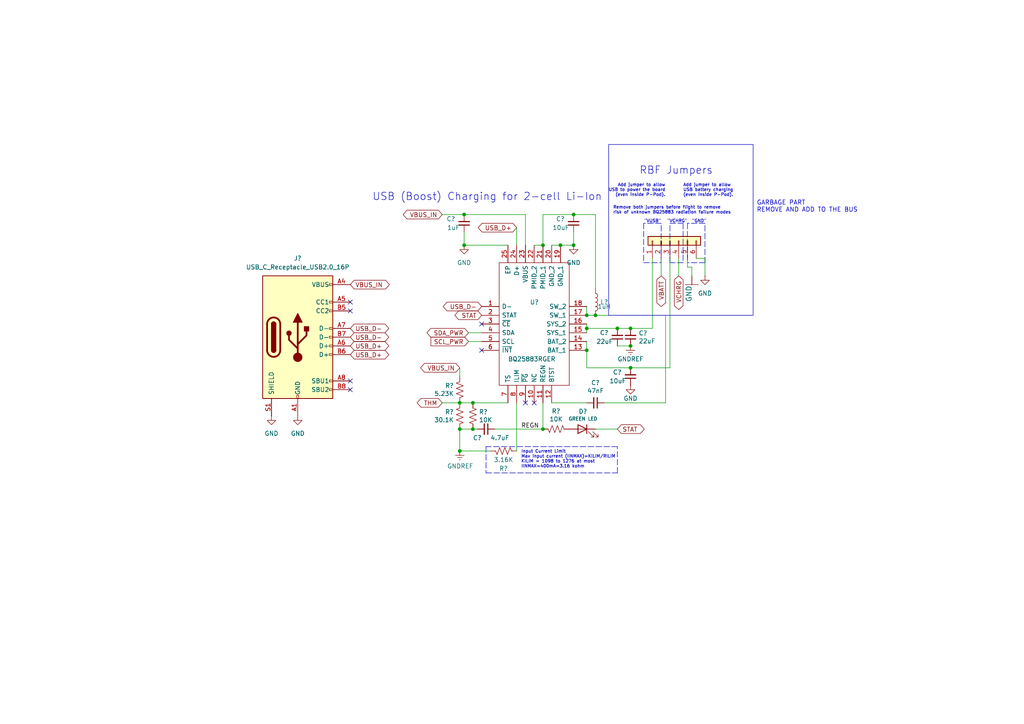
<source format=kicad_sch>
(kicad_sch (version 20231120) (generator "eeschema") (generator_version "8.0")
  (paper "A4")
  (title_block (company "TEAM ANANT") (comment 1 "BITS PILANI"))
  (lib_symbols
    (symbol "Connector:USB_C_Receptacle_USB2.0_16P" (pin_names (offset 1.016))
      (property "Reference" "J" (at 0 22.225 0))
      (property "Value" "USB_C_Receptacle_USB2.0_16P" (at 0 19.685 0))
      (symbol "USB_C_Receptacle_USB2.0_16P_0_0"
        (rectangle (start -0.254 -17.78) (end 0.254 -16.764))
        (rectangle (start 10.16 -14.986) (end 9.144 -15.494))
        (rectangle (start 10.16 -12.446) (end 9.144 -12.954))
        (rectangle (start 10.16 -4.826) (end 9.144 -5.334))
        (rectangle (start 10.16 -2.286) (end 9.144 -2.794))
        (rectangle (start 10.16 0.254) (end 9.144 -0.254))
        (rectangle (start 10.16 2.794) (end 9.144 2.286))
        (rectangle (start 10.16 7.874) (end 9.144 7.366))
        (rectangle (start 10.16 10.414) (end 9.144 9.906))
        (rectangle (start 10.16 15.494) (end 9.144 14.986))
      )
      (symbol "USB_C_Receptacle_USB2.0_16P_0_1"
        (rectangle (start -10.16 17.78) (end 10.16 -17.78) (stroke (width 0.254)) (fill (type background)))
        (arc (start -8.89 -3.81) (mid -6.985 -5.7067) (end -5.08 -3.81) (stroke (width 0.508)))
        (arc (start -7.62 -3.81) (mid -6.985 -4.4423) (end -6.35 -3.81) (stroke (width 0.254)))
        (arc (start -7.62 -3.81) (mid -6.985 -4.4423) (end -6.35 -3.81) (stroke (width 0.254)) (fill (type outline)))
        (rectangle (start -7.62 -3.81) (end -6.35 3.81) (stroke (width 0.254)) (fill (type outline)))
        (arc (start -6.35 3.81) (mid -6.985 4.4423) (end -7.62 3.81) (stroke (width 0.254)))
        (arc (start -6.35 3.81) (mid -6.985 4.4423) (end -7.62 3.81) (stroke (width 0.254)) (fill (type outline)))
        (arc (start -5.08 3.81) (mid -6.985 5.7067) (end -8.89 3.81) (stroke (width 0.508)))
        (circle (center -2.54 1.143) (radius 0.635) (stroke (width 0.254)) (fill (type outline)))
        (circle (center 0 -5.842) (radius 1.27) (fill (type outline)))
        (polyline (pts (xy -8.89 -3.81) (xy -8.89 3.81)) (stroke (width 0.508)))
        (polyline (pts (xy -5.08 3.81) (xy -5.08 -3.81)) (stroke (width 0.508)))
        (polyline (pts (xy 0 -5.842) (xy 0 4.318)) (stroke (width 0.508)))
        (polyline (pts (xy 0 -3.302) (xy -2.54 -0.762) (xy -2.54 0.508)) (stroke (width 0.508)))
        (polyline (pts (xy 0 -2.032) (xy 2.54 0.508) (xy 2.54 1.778)) (stroke (width 0.508)))
        (polyline (pts (xy -1.27 4.318) (xy 0 6.858) (xy 1.27 4.318) (xy -1.27 4.318)) (stroke (width 0.254)) (fill (type outline)))
        (rectangle (start 1.905 1.778) (end 3.175 3.048) (stroke (width 0.254)) (fill (type outline)))
      )
      (symbol "USB_C_Receptacle_USB2.0_16P_1_1"
        (pin passive line (at 0 -22.86 90) (length 5.08) (name "GND") (number "A1"))
        (pin passive line (at 0 -22.86 90) (length 5.08) hide (name "GND") (number "A12"))
        (pin passive line (at 15.24 15.24 180) (length 5.08) (name "VBUS") (number "A4"))
        (pin bidirectional line (at 15.24 10.16 180) (length 5.08) (name "CC1") (number "A5"))
        (pin bidirectional line (at 15.24 -2.54 180) (length 5.08) (name "D+") (number "A6"))
        (pin bidirectional line (at 15.24 2.54 180) (length 5.08) (name "D-") (number "A7"))
        (pin bidirectional line (at 15.24 -12.7 180) (length 5.08) (name "SBU1") (number "A8"))
        (pin passive line (at 15.24 15.24 180) (length 5.08) hide (name "VBUS") (number "A9"))
        (pin passive line (at 0 -22.86 90) (length 5.08) hide (name "GND") (number "B1"))
        (pin passive line (at 0 -22.86 90) (length 5.08) hide (name "GND") (number "B12"))
        (pin passive line (at 15.24 15.24 180) (length 5.08) hide (name "VBUS") (number "B4"))
        (pin bidirectional line (at 15.24 7.62 180) (length 5.08) (name "CC2") (number "B5"))
        (pin bidirectional line (at 15.24 -5.08 180) (length 5.08) (name "D+") (number "B6"))
        (pin bidirectional line (at 15.24 0 180) (length 5.08) (name "D-") (number "B7"))
        (pin bidirectional line (at 15.24 -15.24 180) (length 5.08) (name "SBU2") (number "B8"))
        (pin passive line (at 15.24 15.24 180) (length 5.08) hide (name "VBUS") (number "B9"))
        (pin passive line (at -7.62 -22.86 90) (length 5.08) (name "SHIELD") (number "S1"))
      )
    )
    (symbol "Connector_Generic:Conn_01x06" (pin_names (offset 1.016) hide)
      (property "Reference" "J" (at 0 7.62 0))
      (property "Value" "Conn_01x06" (at 0 -10.16 0))
      (symbol "Conn_01x06_1_1"
        (rectangle (start -1.27 -7.493) (end 0 -7.747) (stroke (width 0.1524)))
        (rectangle (start -1.27 -4.953) (end 0 -5.207) (stroke (width 0.1524)))
        (rectangle (start -1.27 -2.413) (end 0 -2.667) (stroke (width 0.1524)))
        (rectangle (start -1.27 0.127) (end 0 -0.127) (stroke (width 0.1524)))
        (rectangle (start -1.27 2.667) (end 0 2.413) (stroke (width 0.1524)))
        (rectangle (start -1.27 5.207) (end 0 4.953) (stroke (width 0.1524)))
        (rectangle (start -1.27 6.35) (end 1.27 -8.89) (stroke (width 0.254)) (fill (type background)))
        (pin passive line (at -5.08 5.08 0) (length 3.81) (name "Pin_1") (number "1"))
        (pin passive line (at -5.08 2.54 0) (length 3.81) (name "Pin_2") (number "2"))
        (pin passive line (at -5.08 0 0) (length 3.81) (name "Pin_3") (number "3"))
        (pin passive line (at -5.08 -2.54 0) (length 3.81) (name "Pin_4") (number "4"))
        (pin passive line (at -5.08 -5.08 0) (length 3.81) (name "Pin_5") (number "5"))
        (pin passive line (at -5.08 -7.62 0) (length 3.81) (name "Pin_6") (number "6"))
      )
    )
    (symbol "Device:C_Small" (pin_numbers hide) (pin_names (offset 0.254) hide)
      (property "Reference" "C" (at 0.254 1.778 0))
      (property "Value" "C_Small" (at 0.254 -2.032 0))
      (symbol "C_Small_0_1"
        (polyline (pts (xy -1.524 -0.508) (xy 1.524 -0.508)) (stroke (width 0.3302)))
        (polyline (pts (xy -1.524 0.508) (xy 1.524 0.508)) (stroke (width 0.3048)))
      )
      (symbol "C_Small_1_1"
        (pin passive line (at 0 2.54 270) (length 2.032) (name "~") (number "1"))
        (pin passive line (at 0 -2.54 90) (length 2.032) (name "~") (number "2"))
      )
    )
    (symbol "Device:L" (pin_numbers hide) (pin_names (offset 1.016) hide)
      (property "Reference" "L" (at -1.27 0 90))
      (property "Value" "L" (at 1.905 0 90))
      (symbol "L_0_1"
        (arc (start 0 -2.54) (mid 0.6323 -1.905) (end 0 -1.27))
        (arc (start 0 -1.27) (mid 0.6323 -0.635) (end 0 0))
        (arc (start 0 0) (mid 0.6323 0.635) (end 0 1.27))
        (arc (start 0 1.27) (mid 0.6323 1.905) (end 0 2.54))
      )
      (symbol "L_1_1"
        (pin passive line (at 0 3.81 270) (length 1.27) (name "1") (number "1"))
        (pin passive line (at 0 -3.81 90) (length 1.27) (name "2") (number "2"))
      )
    )
    (symbol "Device:LED" (pin_numbers hide) (pin_names (offset 1.016) hide)
      (property "Reference" "D" (at 0 2.54 0))
      (property "Value" "LED" (at 0 -2.54 0))
      (symbol "LED_0_1"
        (polyline (pts (xy -1.27 -1.27) (xy -1.27 1.27)) (stroke (width 0.254)))
        (polyline (pts (xy -1.27 0) (xy 1.27 0)))
        (polyline (pts (xy 1.27 -1.27) (xy 1.27 1.27) (xy -1.27 0) (xy 1.27 -1.27)) (stroke (width 0.254)))
        (polyline (pts (xy -3.048 -0.762) (xy -4.572 -2.286) (xy -3.81 -2.286) (xy -4.572 -2.286) (xy -4.572 -1.524)))
        (polyline (pts (xy -1.778 -0.762) (xy -3.302 -2.286) (xy -2.54 -2.286) (xy -3.302 -2.286) (xy -3.302 -1.524)))
      )
      (symbol "LED_1_1"
        (pin passive line (at -3.81 0 0) (length 2.54) (name "K") (number "1"))
        (pin passive line (at 3.81 0 180) (length 2.54) (name "A") (number "2"))
      )
    )
    (symbol "Device:R_US" (pin_numbers hide) (pin_names (offset 0))
      (property "Reference" "R" (at 2.54 0 90))
      (property "Value" "R_US" (at -2.54 0 90))
      (symbol "R_US_0_1"
        (polyline (pts (xy 0 -2.286) (xy 0 -2.54)))
        (polyline (pts (xy 0 2.286) (xy 0 2.54)))
        (polyline (pts (xy 0 -0.762) (xy 1.016 -1.143) (xy 0 -1.524) (xy -1.016 -1.905) (xy 0 -2.286)))
        (polyline (pts (xy 0 0.762) (xy 1.016 0.381) (xy 0 0) (xy -1.016 -0.381) (xy 0 -0.762)))
        (polyline (pts (xy 0 2.286) (xy 1.016 1.905) (xy 0 1.524) (xy -1.016 1.143) (xy 0 0.762)))
      )
      (symbol "R_US_1_1"
        (pin passive line (at 0 3.81 270) (length 1.27) (name "~") (number "1"))
        (pin passive line (at 0 -3.81 90) (length 1.27) (name "~") (number "2"))
      )
    )
    (symbol "mainboard-rescue:GNDREF-power" (power) (pin_names (offset 0))
      (property "Value" "power_GNDREF" (at 0 -3.81 0))
      (symbol "GNDREF-power_0_1"
        (polyline (pts (xy -0.635 -1.905) (xy 0.635 -1.905)))
        (polyline (pts (xy -0.127 -2.54) (xy 0.127 -2.54)))
        (polyline (pts (xy 0 -1.27) (xy 0 0)))
        (polyline (pts (xy 1.27 -1.27) (xy -1.27 -1.27)))
      )
      (symbol "GNDREF-power_1_1"
        (pin power_in line (at 0 0 270) (length 0) hide (name "GNDREF") (number "1"))
      )
    )
    (symbol "mainboard:BQ25883RGER" (pin_names (offset 0.762))
      (property "Reference" "IC" (at 26.67 17.78 0))
      (property "Value" "BQ25883RGER" (at 26.67 15.24 0))
      (symbol "BQ25883RGER_0_0"
        (pin bidirectional line (at 0 0 0) (length 5.08) (name "D-") (number "1"))
        (pin bidirectional line (at 15.24 -27.94 90) (length 5.08) (name "NC") (number "10"))
        (pin bidirectional line (at 17.78 -27.94 90) (length 5.08) (name "REGN") (number "11"))
        (pin bidirectional line (at 20.32 -27.94 90) (length 5.08) (name "BTST") (number "12"))
        (pin bidirectional line (at 30.48 -12.7 180) (length 5.08) (name "BAT_1") (number "13"))
        (pin bidirectional line (at 30.48 -10.16 180) (length 5.08) (name "BAT_2") (number "14"))
        (pin bidirectional line (at 30.48 -7.62 180) (length 5.08) (name "SYS_1") (number "15"))
        (pin bidirectional line (at 30.48 -5.08 180) (length 5.08) (name "SYS_2") (number "16"))
        (pin bidirectional line (at 30.48 -2.54 180) (length 5.08) (name "SW_1") (number "17"))
        (pin bidirectional line (at 30.48 0 180) (length 5.08) (name "SW_2") (number "18"))
        (pin bidirectional line (at 22.86 17.78 270) (length 5.08) (name "GND_1") (number "19"))
        (pin bidirectional line (at 0 -2.54 0) (length 5.08) (name "STAT") (number "2"))
        (pin bidirectional line (at 20.32 17.78 270) (length 5.08) (name "GND_2") (number "20"))
        (pin bidirectional line (at 17.78 17.78 270) (length 5.08) (name "PMID_1") (number "21"))
        (pin bidirectional line (at 15.24 17.78 270) (length 5.08) (name "PMID_2") (number "22"))
        (pin bidirectional line (at 12.7 17.78 270) (length 5.08) (name "VBUS") (number "23"))
        (pin bidirectional line (at 10.16 17.78 270) (length 5.08) (name "D+") (number "24"))
        (pin bidirectional line (at 7.62 17.78 270) (length 5.08) (name "EP") (number "25"))
        (pin bidirectional line (at 0 -5.08 0) (length 5.08) (name "~{CE}") (number "3"))
        (pin bidirectional line (at 0 -7.62 0) (length 5.08) (name "SDA") (number "4"))
        (pin bidirectional line (at 0 -10.16 0) (length 5.08) (name "SCL") (number "5"))
        (pin bidirectional line (at 0 -12.7 0) (length 5.08) (name "~{INT}") (number "6"))
        (pin bidirectional line (at 7.62 -27.94 90) (length 5.08) (name "TS") (number "7"))
        (pin bidirectional line (at 10.16 -27.94 90) (length 5.08) (name "ILIM") (number "8"))
        (pin bidirectional line (at 12.7 -27.94 90) (length 5.08) (name "~{PG}") (number "9"))
      )
      (symbol "BQ25883RGER_0_1"
        (polyline (pts (xy 5.08 12.7) (xy 25.4 12.7) (xy 25.4 -22.86) (xy 5.08 -22.86) (xy 5.08 12.7)) (stroke (width 0.1524)))
      )
    )
    (symbol "mainboard:GND" (power) (pin_names (offset 1.016))
      (property "Value" "GND" (at -2.54 -2.54 0))
      (symbol "GND_1_0"
        (polyline (pts (xy -1.905 0) (xy 1.905 0)))
        (pin power_in line (at 0 2.54 270) (length 2.54) (name "GND") (number "1"))
      )
    )
    (symbol "power:GND" (power) (pin_numbers hide) (pin_names (offset 0) hide)
      (property "Value" "GND" (at 0 -3.81 0))
      (symbol "GND_0_1"
        (polyline (pts (xy 0 0) (xy 0 -1.27) (xy 1.27 -1.27) (xy 0 -2.54) (xy -1.27 -1.27) (xy 0 -1.27)))
      )
      (symbol "GND_1_1"
        (pin power_in line (at 0 0 270) (length 0) (name "~") (number "1"))
      )
    )
  )
  (junction (at 133.35 124.46))
  (junction (at 182.88 95.25))
  (junction (at 182.88 106.68))
  (junction (at 133.35 116.84))
  (junction (at 162.56 71.12))
  (junction (at 134.62 71.12))
  (junction (at 166.37 71.12))
  (junction (at 170.18 101.6))
  (junction (at 172.72 91.44))
  (junction (at 134.62 62.23))
  (junction (at 182.88 100.33))
  (junction (at 179.07 95.25))
  (junction (at 166.37 62.23))
  (junction (at 137.16 116.84))
  (junction (at 157.48 124.46))
  (junction (at 137.16 124.46))
  (junction (at 157.48 71.12))
  (junction (at 170.18 91.44))
  (junction (at 133.35 130.81))
  (junction (at 170.18 95.25))
  (no_connect (at 101.6 87.63))
  (no_connect (at 139.7 101.6))
  (no_connect (at 139.7 93.98))
  (no_connect (at 101.6 90.17))
  (no_connect (at 154.94 116.84))
  (no_connect (at 101.6 113.03))
  (no_connect (at 152.4 116.84))
  (no_connect (at 101.6 110.49))
  (wire (pts (xy 201.93 74.93) (xy 204.47 74.93)))
  (wire (pts (xy 133.35 116.84) (xy 128.27 116.84)))
  (wire (pts (xy 138.43 124.46) (xy 137.16 124.46)))
  (wire (pts (xy 194.31 106.68) (xy 194.31 74.93)))
  (polyline (pts (xy 191.77 76.2) (xy 191.77 64.77)) (stroke (width 0) (type dash)))
  (wire (pts (xy 172.72 91.44) (xy 193.04 91.44)))
  (wire (pts (xy 166.37 67.31) (xy 166.37 71.12)))
  (wire (pts (xy 199.39 74.93) (xy 199.39 77.47)))
  (wire (pts (xy 189.23 95.25) (xy 189.23 74.93)))
  (wire (pts (xy 170.18 91.44) (xy 172.72 91.44)))
  (wire (pts (xy 204.47 74.93) (xy 204.47 80.01)))
  (wire (pts (xy 162.56 71.12) (xy 166.37 71.12)))
  (polyline (pts (xy 140.97 129.54) (xy 140.97 137.16)) (stroke (width 0) (type dash)))
  (wire (pts (xy 147.32 116.84) (xy 137.16 116.84)))
  (polyline (pts (xy 194.31 76.2) (xy 194.31 64.77)) (stroke (width 0) (type dash)))
  (wire (pts (xy 149.86 66.04) (xy 149.86 71.12)))
  (wire (pts (xy 133.35 130.81) (xy 142.24 130.81)))
  (wire (pts (xy 200.66 77.47) (xy 200.66 80.01)))
  (wire (pts (xy 182.88 95.25) (xy 189.23 95.25)))
  (wire (pts (xy 157.48 62.23) (xy 157.48 71.12)))
  (wire (pts (xy 154.94 71.12) (xy 157.48 71.12)))
  (wire (pts (xy 160.02 71.12) (xy 162.56 71.12)))
  (wire (pts (xy 182.88 106.68) (xy 194.31 106.68)))
  (wire (pts (xy 139.7 99.06) (xy 135.89 99.06)))
  (wire (pts (xy 193.04 91.44) (xy 193.04 116.84)))
  (polyline (pts (xy 140.97 137.16) (xy 179.07 137.16)) (stroke (width 0) (type dash)))
  (wire (pts (xy 152.4 62.23) (xy 134.62 62.23)))
  (polyline (pts (xy 191.77 64.77) (xy 186.69 64.77)) (stroke (width 0) (type dash)))
  (wire (pts (xy 182.88 95.25) (xy 179.07 95.25)))
  (polyline (pts (xy 199.39 64.77) (xy 199.39 76.2)) (stroke (width 0) (type dash)))
  (wire (pts (xy 179.07 95.25) (xy 170.18 95.25)))
  (wire (pts (xy 172.72 83.82) (xy 172.72 62.23)))
  (wire (pts (xy 196.85 80.01) (xy 196.85 74.93)))
  (wire (pts (xy 170.18 106.68) (xy 170.18 101.6)))
  (polyline (pts (xy 179.07 137.16) (xy 179.07 129.54)) (stroke (width 0) (type dash)))
  (wire (pts (xy 149.86 130.81) (xy 149.86 116.84)))
  (wire (pts (xy 133.35 106.68) (xy 133.35 109.22)))
  (wire (pts (xy 139.7 96.52) (xy 135.89 96.52)))
  (wire (pts (xy 199.39 77.47) (xy 200.66 77.47)))
  (wire (pts (xy 170.18 88.9) (xy 170.18 91.44)))
  (polyline (pts (xy 204.47 76.2) (xy 199.39 76.2)) (stroke (width 0) (type dash)))
  (wire (pts (xy 134.62 67.31) (xy 134.62 71.12)))
  (wire (pts (xy 172.72 62.23) (xy 166.37 62.23)))
  (wire (pts (xy 137.16 124.46) (xy 133.35 124.46)))
  (wire (pts (xy 182.88 106.68) (xy 170.18 106.68)))
  (polyline (pts (xy 198.12 64.77) (xy 198.12 76.2)) (stroke (width 0) (type dash)))
  (wire (pts (xy 157.48 116.84) (xy 157.48 124.46)))
  (wire (pts (xy 134.62 71.12) (xy 147.32 71.12)))
  (polyline (pts (xy 179.07 129.54) (xy 140.97 129.54)) (stroke (width 0) (type dash)))
  (wire (pts (xy 133.35 124.46) (xy 133.35 130.81)))
  (wire (pts (xy 152.4 71.12) (xy 152.4 62.23)))
  (wire (pts (xy 170.18 93.98) (xy 170.18 95.25)))
  (wire (pts (xy 175.26 116.84) (xy 193.04 116.84)))
  (wire (pts (xy 172.72 124.46) (xy 179.07 124.46)))
  (polyline (pts (xy 204.47 76.2) (xy 204.47 64.77)) (stroke (width 0) (type dash)))
  (wire (pts (xy 170.18 95.25) (xy 170.18 96.52)))
  (wire (pts (xy 191.77 80.01) (xy 191.77 74.93)))
  (polyline (pts (xy 198.12 76.2) (xy 194.31 76.2)) (stroke (width 0) (type dash)))
  (wire (pts (xy 170.18 99.06) (xy 170.18 101.6)))
  (wire (pts (xy 170.18 116.84) (xy 160.02 116.84)))
  (polyline (pts (xy 186.69 64.77) (xy 186.69 76.2)) (stroke (width 0) (type dash)))
  (wire (pts (xy 137.16 116.84) (xy 133.35 116.84)))
  (polyline (pts (xy 186.69 76.2) (xy 191.77 76.2)) (stroke (width 0) (type dash)))
  (polyline (pts (xy 204.47 64.77) (xy 199.39 64.77)) (stroke (width 0) (type dash)))
  (polyline (pts (xy 194.31 64.77) (xy 198.12 64.77)) (stroke (width 0) (type dash)))
  (wire (pts (xy 179.07 100.33) (xy 182.88 100.33)))
  (wire (pts (xy 166.37 62.23) (xy 157.48 62.23)))
  (wire (pts (xy 134.62 62.23) (xy 128.27 62.23)))
  (wire (pts (xy 143.51 124.46) (xy 157.48 124.46)))
  (rectangle (start 176.53 41.91) (end 218.44 91.44))
  (text "Add jumper to allow\nUSB battery charging\n(even inside P-Pod).\n" (at 198.12 57.15 0) (effects (font (size 0.889 0.889)) (justify left bottom)))
  (text "\"VCHRG\"" (at 199.39 64.77 0) (effects (font (size 0.889 0.889)) (justify right bottom)))
  (text "Remove both jumpers before flight to remove\nrisk of unknown BQ25883 radiation failure modes\n" (at 177.8 62.23 0) (effects (font (size 0.889 0.889)) (justify left bottom)))
  (text "Input Current Limit\nMax input current (IINMAX)=KILIM/RILIM\nKILIM = 1098 to 1276 at most\nIINMAX=400mA=3.16 kohm" (at 151.13 135.89 0) (effects (font (size 0.889 0.889)) (justify left bottom)))
  (text "\"VUSB\"" (at 191.77 64.77 0) (effects (font (size 0.889 0.889)) (justify right bottom)))
  (text "\"GND\"" (at 200.66 64.77 0) (effects (font (size 0.889 0.889)) (justify left bottom)))
  (text "RBF Jumpers" (at 185.42 50.8 0) (effects (font (size 2.159 2.159)) (justify left bottom)))
  (text "USB (Boost) Charging for 2-cell Li-Ion" (at 107.95 58.42 0) (effects (font (size 2.159 2.159)) (justify left bottom)))
  (text "Add jumper to allow\nUSB to power the board\n(even inside P-Pod).\n" (at 193.04 57.15 0) (effects (font (size 0.889 0.889)) (justify right bottom)))
  (text "GARBAGE PART\nREMOVE AND ADD TO THE BUS\n" (at 219.456 59.944 0) (effects (font (size 1.27 1.27)) (justify left)))
  (label "REGN" (at 151.13 124.46 0))
  (global_label "USB_D+" (shape bidirectional) (at 101.6 100.33 0) (property "Intersheetrefs" "${INTERSHEET_REFS}" (effects (hide yes))))
  (global_label "THM" (shape bidirectional) (at 128.27 116.84 180) (property "Intersheetrefs" "${INTERSHEET_REFS}" (effects (hide yes))))
  (global_label "USB_D-" (shape bidirectional) (at 139.7 88.9 180) (property "Intersheetrefs" "${INTERSHEET_REFS}" (effects (hide yes))))
  (global_label "USB_D-" (shape bidirectional) (at 101.6 97.79 0) (property "Intersheetrefs" "${INTERSHEET_REFS}" (effects (hide yes))))
  (global_label "VCHRG" (shape bidirectional) (at 196.85 80.01 270) (property "Intersheetrefs" "${INTERSHEET_REFS}" (effects (hide yes))))
  (global_label "VBUS_IN" (shape bidirectional) (at 101.6 82.55 0) (property "Intersheetrefs" "${INTERSHEET_REFS}" (effects (hide yes))))
  (global_label "USB_D-" (shape bidirectional) (at 101.6 95.25 0) (property "Intersheetrefs" "${INTERSHEET_REFS}" (effects (hide yes))))
  (global_label "VBATT" (shape bidirectional) (at 191.77 80.01 270) (property "Intersheetrefs" "${INTERSHEET_REFS}" (effects (hide yes))))
  (global_label "USB_D+" (shape bidirectional) (at 149.86 66.04 180) (property "Intersheetrefs" "${INTERSHEET_REFS}" (effects (hide yes))))
  (global_label "VBUS_IN" (shape bidirectional) (at 128.27 62.23 180) (property "Intersheetrefs" "${INTERSHEET_REFS}" (effects (hide yes))))
  (global_label "STAT" (shape bidirectional) (at 139.7 91.44 180) (property "Intersheetrefs" "${INTERSHEET_REFS}" (effects (hide yes))))
  (global_label "VBUS_IN" (shape bidirectional) (at 133.35 106.68 180) (property "Intersheetrefs" "${INTERSHEET_REFS}" (effects (hide yes))))
  (global_label "SCL_PWR" (shape input) (at 135.89 99.06 180) (property "Intersheetrefs" "${INTERSHEET_REFS}" (effects (hide yes))))
  (global_label "SDA_PWR" (shape bidirectional) (at 135.89 96.52 180) (property "Intersheetrefs" "${INTERSHEET_REFS}" (effects (hide yes))))
  (global_label "STAT" (shape bidirectional) (at 179.07 124.46 0) (property "Intersheetrefs" "${INTERSHEET_REFS}" (effects (hide yes))))
  (global_label "USB_D+" (shape bidirectional) (at 101.6 102.87 0) (property "Intersheetrefs" "${INTERSHEET_REFS}" (effects (hide yes))))
  (symbol (lib_id "Device:C_Small") (at 134.62 64.77 180) (unit 1)
    (property "Reference" "C?" (at 132.08 63.5 0) (effects (justify left)))
    (property "Value" "1uF" (at 133.35 66.04 0) (effects (justify left)))
    (property "Footprint" "Capacitor_SMD:C_0603_1608Metric" (effects (hide yes)))
    (property "Description" "1uF 0603 X7R" (effects (hide yes)))
    (property "JLC Part " "C1592" (effects (hide yes)))
  )
  (symbol (lib_id "Device:C_Small") (at 182.88 97.79 180) (unit 1)
    (property "Reference" "C?" (at 185.2168 96.6216 0) (effects (justify right)))
    (property "Value" "22uF" (at 185.2168 98.933 0) (effects (justify right)))
    (property "Footprint" "Capacitor_SMD:C_0603_1608Metric" (effects (hide yes)))
    (property "Description" "22uF +-20% 10V X5R" (effects (hide yes)))
    (property "JLC Part " "C6119868" (effects (hide yes)))
  )
  (symbol (lib_id "Device:R_US") (at 133.35 113.03 0) (mirror y) (unit 1)
    (property "Reference" "R?" (at 131.6482 111.8616 0) (effects (justify left)))
    (property "Value" "5.23K" (at 131.6482 114.173 0) (effects (justify left)))
    (property "Footprint" "Resistor_SMD:R_0603_1608Metric" (effects (hide yes)))
    (property "Description" "5.23K 0603" (effects (hide yes)))
    (property "JLC Part " "C140082" (effects (hide yes)))
  )
  (symbol (lib_id "mainboard-rescue:GNDREF-power") (at 133.35 130.81 0) (unit 1)
    (property "Reference" "#PWR?" (effects (hide yes)))
    (property "Value" "GNDREF" (at 133.477 135.2042 0))
  )
  (symbol (lib_id "Device:C_Small") (at 172.72 116.84 270) (unit 1)
    (property "Reference" "C?" (at 172.72 111.0234 90))
    (property "Value" "47nF" (at 172.72 113.3348 90))
    (property "Footprint" "Capacitor_SMD:C_0603_1608Metric" (effects (hide yes)))
    (property "Description" "47nF +-10% 50V X7R" (effects (hide yes)))
    (property "JLC Part " "C113811" (effects (hide yes)))
  )
  (symbol (lib_id "Device:C_Small") (at 182.88 109.22 180) (unit 1)
    (property "Reference" "C?" (at 180.34 107.95 0) (effects (justify left)))
    (property "Value" "10uF" (at 181.61 110.49 0) (effects (justify left)))
    (property "Footprint" "Capacitor_SMD:C_0603_1608Metric" (effects (hide yes)))
    (property "Description" "10uF +-20% 10V X5R" (effects (hide yes)))
    (property "JLC Part " "C96446" (effects (hide yes)))
  )
  (symbol (lib_id "mainboard:GND") (at 200.66 82.55 0) (unit 1)
    (property "Reference" "#GND?" (effects (hide yes)))
    (property "Value" "GND" (at 200.66 87.63 90) (effects (font (size 1.4986 1.4986)) (justify left bottom)))
  )
  (symbol (lib_id "Connector:USB_C_Receptacle_USB2.0_16P") (at 86.36 97.79 0) (unit 1)
    (property "Reference" "J?" (at 86.36 74.93 0))
    (property "Value" "USB_C_Receptacle_USB2.0_16P" (at 86.36 77.47 0))
    (property "Footprint" "Connector_USB:USB_C_Receptacle_G-Switch_GT-USB-7010ASV" (effects (hide yes)))
    (property "Datasheet" "https://www.usb.org/sites/default/files/documents/usb_type-c.zip" (effects (hide yes)))
    (property "Description" "USB 2.0-only 16P Type-C Receptacle connector" (effects (hide yes)))
    (property "JLC Part " "C2988369" (effects (hide yes)))
  )
  (symbol (lib_id "Device:LED") (at 168.91 124.46 0) (mirror y) (unit 1)
    (property "Reference" "D?" (at 169.0878 119.3546 0))
    (property "Value" "GREEN LED" (at 169.0878 121.4628 0) (effects (font (size 0.9906 0.9906))))
    (property "Footprint" "LED_SMD:LED_0603_1608Metric" (effects (hide yes)))
    (property "Datasheet" "https://optoelectronics.liteon.com/upload/download/DS22-2000-074/LTST-C190KGKT.PDF" (effects (hide yes)))
    (property "Description" "Green LED" (effects (hide yes)))
    (property "Flight" "LTST-C190KGKT" (effects (hide yes)))
    (property "Manufacturer_Name" "Lite-On Inc." (effects (hide yes)))
    (property "Manufacturer_Part_Number" "LTST-C190KGKT" (effects (hide yes)))
    (property "Proto" "LTST-C190KGKT" (effects (hide yes)))
    (property "JLC Part " "C2994781" (effects (hide yes)))
  )
  (symbol (lib_id "Connector_Generic:Conn_01x06") (at 194.31 69.85 90) (unit 1)
    (property "Reference" "J?" (effects (hide yes)))
    (property "Value" "Conn_01x06" (effects (hide yes)))
    (property "Footprint" "Connector_PinHeader_2.54mm:PinHeader_1x06_P2.54mm_Vertical" (effects (hide yes)))
    (property "Description" "6-pin Horizontal Header - 0.1in (2.54mm)" (effects (hide yes)))
    (property "DNI" "DNI" (effects (hide yes)))
  )
  (symbol (lib_id "power:GND") (at 86.36 120.65 0) (unit 1)
    (property "Reference" "#PWR?" (effects (hide yes)))
    (property "Value" "GND" (at 86.36 125.73 0))
    (property "Description" "Power symbol creates a global label with name \"GND\" , ground" (effects (hide yes)))
  )
  (symbol (lib_id "Device:C_Small") (at 140.97 124.46 270) (unit 1)
    (property "Reference" "C?" (at 137.16 127 90) (effects (justify left)))
    (property "Value" "4.7uF" (at 142.24 127 90) (effects (justify left)))
    (property "Footprint" "Capacitor_SMD:C_0603_1608Metric" (effects (hide yes)))
    (property "Description" "4.7uF +-20% 10V X5R" (effects (hide yes)))
    (property "JLC Part " "C19666" (effects (hide yes)))
  )
  (symbol (lib_id "mainboard:BQ25883RGER") (at 139.7 88.9 0) (unit 1)
    (property "Reference" "U?" (at 153.67 87.63 0) (effects (justify left)))
    (property "Value" "BQ25883RGER" (at 147.32 104.14 0) (effects (justify left)))
    (property "Footprint" "mainboard:QFN50P400X400X100-25N-D" (effects (hide yes)))
    (property "Datasheet" "http://www.ti.com/lit/ds/symlink/bq25883.pdf?HQS=TI-null-null-mousermode-df-pf-null-wwe&DCM=yes&ref_url=https%3A%2F%2Fwww.mouser.co.uk%2F" (effects (hide yes)))
    (property "Description" "Battery Charger - USB Power Delivery" (effects (hide yes)))
    (property "Flight" "BQ25883RGER" (effects (hide yes)))
    (property "Manufacturer_Name" "Texas Instruments" (effects (hide yes)))
    (property "Manufacturer_Part_Number" "BQ25883RGER" (effects (hide yes)))
    (property "Proto" "BQ25883RGER" (effects (hide yes)))
    (property "JLC Part " "C544362" (effects (hide yes)))
  )
  (symbol (lib_id "power:GND") (at 134.62 71.12 0) (unit 1)
    (property "Reference" "#PWR?" (effects (hide yes)))
    (property "Value" "GND" (at 134.62 76.2 0))
    (property "Description" "Power symbol creates a global label with name \"GND\" , ground" (effects (hide yes)))
  )
  (symbol (lib_id "Device:C_Small") (at 166.37 64.77 180) (unit 1)
    (property "Reference" "C?" (at 163.83 63.5 0) (effects (justify left)))
    (property "Value" "10uF" (at 165.1 66.04 0) (effects (justify left)))
    (property "Footprint" "Capacitor_SMD:C_0603_1608Metric" (effects (hide yes)))
    (property "Description" "10uF +-20% 10V X5R" (effects (hide yes)))
    (property "JLC Part " "C96446" (effects (hide yes)))
  )
  (symbol (lib_id "Device:R_US") (at 161.29 124.46 270) (mirror x) (unit 1)
    (property "Reference" "R?" (at 161.29 119.253 90))
    (property "Value" "10K" (at 161.29 121.5644 90))
    (property "Footprint" "Resistor_SMD:R_0603_1608Metric" (effects (hide yes)))
    (property "Description" "10K 0603" (effects (hide yes)))
    (property "JLC Part " "C115324" (effects (hide yes)))
  )
  (symbol (lib_id "power:GND") (at 166.37 71.12 0) (unit 1)
    (property "Reference" "#PWR?" (effects (hide yes)))
    (property "Value" "GND" (at 166.37 76.2 0))
    (property "Description" "Power symbol creates a global label with name \"GND\" , ground" (effects (hide yes)))
  )
  (symbol (lib_id "power:GND") (at 78.74 120.65 0) (unit 1)
    (property "Reference" "#PWR?" (effects (hide yes)))
    (property "Value" "GND" (at 78.74 125.73 0))
    (property "Description" "Power symbol creates a global label with name \"GND\" , ground" (effects (hide yes)))
  )
  (symbol (lib_id "power:GND") (at 204.47 80.01 0) (unit 1)
    (property "Reference" "#PWR?" (effects (hide yes)))
    (property "Value" "GND" (at 204.47 85.09 0))
    (property "Description" "Power symbol creates a global label with name \"GND\" , ground" (effects (hide yes)))
  )
  (symbol (lib_id "power:GND") (at 182.88 111.76 0) (unit 1)
    (property "Reference" "#PWR?" (effects (hide yes)))
    (property "Value" "GND" (at 182.88 115.57 0))
    (property "Description" "Power symbol creates a global label with name \"GND\" , ground" (effects (hide yes)))
  )
  (symbol (lib_id "Device:R_US") (at 137.16 120.65 180) (unit 1)
    (property "Reference" "R?" (at 138.8872 119.4816 0) (effects (justify right)))
    (property "Value" "10K" (at 138.8872 121.793 0) (effects (justify right)))
    (property "Footprint" "Resistor_SMD:R_0603_1608Metric" (effects (hide yes)))
    (property "Description" "10K 0603" (effects (hide yes)))
    (property "JLC Part " "C115324" (effects (hide yes)))
  )
  (symbol (lib_id "Device:L") (at 172.72 87.63 0) (unit 1)
    (property "Reference" "L?" (at 175.26 87.63 0))
    (property "Value" "1uH" (at 175.26 88.9 0))
    (property "Footprint" "mainboard:L_2510" (effects (hide yes)))
    (property "Datasheet" "https://datasheet.lcsc.com/lcsc/1912111437_PSA-Prosperity-Dielectrics-MCS25GD-1R0MMP_C375955.pdf" (effects (hide yes)))
    (property "Description" "1uH Shielded Inductor" (effects (hide yes)))
    (property "Flight" "DFE252012F-1R0M" (effects (hide yes)))
    (property "Manufacturer_Name" "Prosperity Dielectrics" (effects (hide yes)))
    (property "Manufacturer_Part_Number" "MCS25GD-1R0MMP" (effects (hide yes)))
    (property "Proto" "MCS25GD-1R0MMP" (effects (hide yes)))
    (property "JLC Part " "C7038984" (effects (hide yes)))
  )
  (symbol (lib_id "Device:R_US") (at 146.05 130.81 90) (mirror x) (unit 1)
    (property "Reference" "R?" (at 146.05 135.89 90))
    (property "Value" "3.16K" (at 146.05 133.35 90))
    (property "Footprint" "Resistor_SMD:R_0603_1608Metric" (effects (hide yes)))
    (property "Description" "3.16K 0603" (effects (hide yes)))
    (property "JLC Part " "C100959" (effects (hide yes)))
  )
  (symbol (lib_id "Device:R_US") (at 133.35 120.65 0) (mirror x) (unit 1)
    (property "Reference" "R?" (at 131.6482 119.4816 0) (effects (justify right)))
    (property "Value" "30.1K" (at 131.6482 121.793 0) (effects (justify right)))
    (property "Footprint" "Resistor_SMD:R_0603_1608Metric" (effects (hide yes)))
    (property "Description" "30.1K 0603" (effects (hide yes)))
    (property "JLC Part " "C321843" (effects (hide yes)))
  )
  (symbol (lib_id "Device:C_Small") (at 179.07 97.79 180) (unit 1)
    (property "Reference" "C?" (at 176.53 96.52 0) (effects (justify left)))
    (property "Value" "22uF" (at 177.8 99.06 0) (effects (justify left)))
    (property "Footprint" "Capacitor_SMD:C_0603_1608Metric" (effects (hide yes)))
    (property "Description" "22uF +-20% 10V X5R" (effects (hide yes)))
    (property "JLC Part " "C6119868" (effects (hide yes)))
  )
  (symbol (lib_id "mainboard-rescue:GNDREF-power") (at 182.88 100.33 0) (unit 1)
    (property "Reference" "#PWR?" (effects (hide yes)))
    (property "Value" "GNDREF" (at 182.88 104.14 0))
  )
)
</source>
